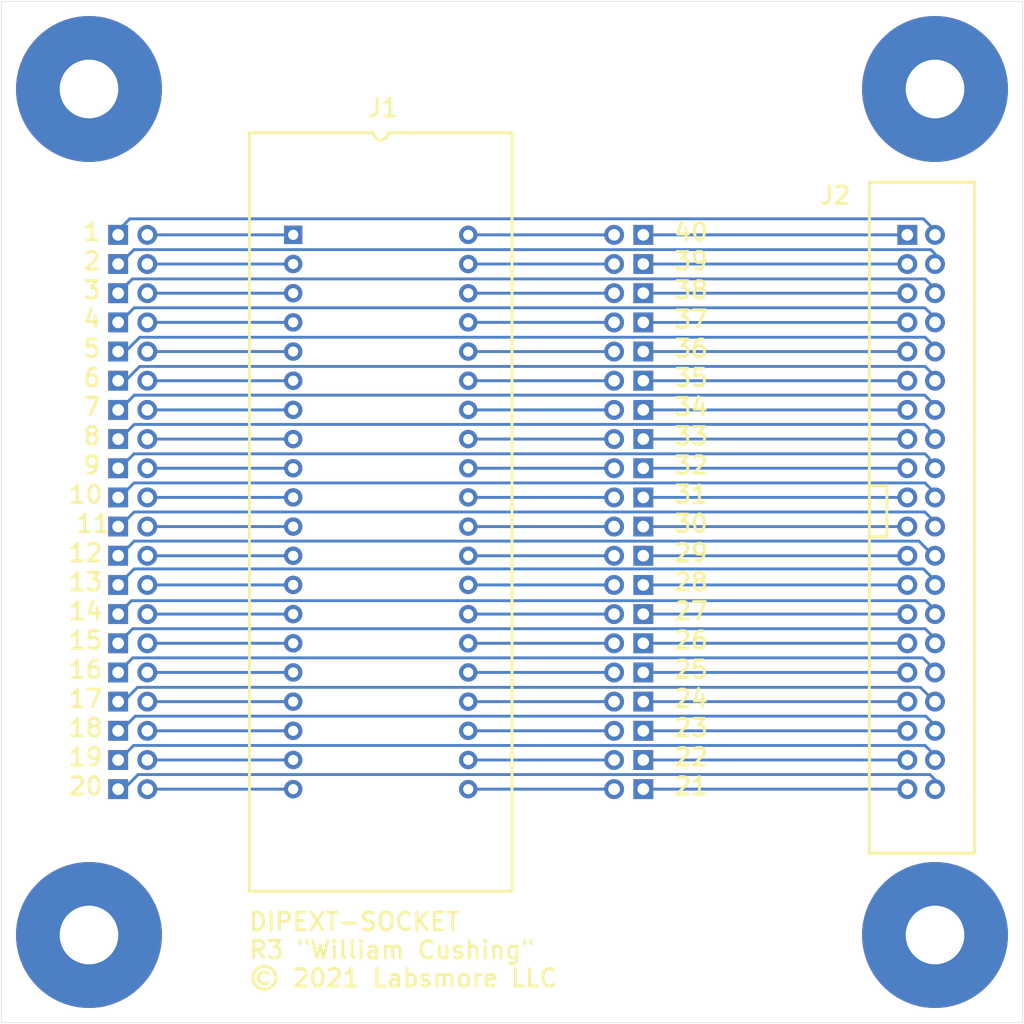
<source format=kicad_pcb>
(kicad_pcb (version 20210722) (generator pcbnew)
  (layers (0 "F.Cu" signal "Top Layer") (31 "B.Cu" signal "Bottom Layer") (34 "B.Paste" user "Bottom Paste") (35 "F.Paste" user "Top Paste") (36 "B.SilkS" user "Bottom Overlay") (37 "F.SilkS" user "Top Overlay") (38 "B.Mask" user "Bottom Solder") (39 "F.Mask" user "Top Solder") (44 "Edge.Cuts" user))
  (net 0 "")
  (net 1 "I1")
  (net 2 "S1")
  (net 3 "I40")
  (net 4 "S40")
  (net 5 "I2")
  (net 6 "I3")
  (net 7 "S2")
  (net 8 "S3")
  (net 9 "I4")
  (net 10 "I5")
  (net 11 "I6")
  (net 12 "I7")
  (net 13 "I8")
  (net 14 "I9")
  (net 15 "I10")
  (net 16 "I11")
  (net 17 "I12")
  (net 18 "I13")
  (net 19 "I14")
  (net 20 "I15")
  (net 21 "I16")
  (net 22 "I17")
  (net 23 "I18")
  (net 24 "I19")
  (net 25 "I20")
  (net 26 "I21")
  (net 27 "I22")
  (net 28 "I23")
  (net 29 "I24")
  (net 30 "I25")
  (net 31 "I26")
  (net 32 "I27")
  (net 33 "I28")
  (net 34 "I29")
  (net 35 "I30")
  (net 36 "I31")
  (net 37 "I32")
  (net 38 "I33")
  (net 39 "I34")
  (net 40 "I35")
  (net 41 "I36")
  (net 42 "I37")
  (net 43 "I38")
  (net 44 "I39")
  (net 45 "S4")
  (net 46 "S5")
  (net 47 "S6")
  (net 48 "S7")
  (net 49 "S8")
  (net 50 "S9")
  (net 51 "S10")
  (net 52 "S11")
  (net 53 "S12")
  (net 54 "S13")
  (net 55 "S14")
  (net 56 "S15")
  (net 57 "S16")
  (net 58 "S17")
  (net 59 "S18")
  (net 60 "S19")
  (net 61 "S20")
  (net 62 "S21")
  (net 63 "S22")
  (net 64 "S23")
  (net 65 "S24")
  (net 66 "S25")
  (net 67 "S26")
  (net 68 "S27")
  (net 69 "S28")
  (net 70 "S29")
  (net 71 "S30")
  (net 72 "S31")
  (net 73 "S32")
  (net 74 "S33")
  (net 75 "S34")
  (net 76 "S35")
  (net 77 "S36")
  (net 78 "S37")
  (net 79 "S38")
  (net 80 "S39")
  (footprint "PcbLib1.PcbLib:SIL2" (layer "F.Cu") (at 159.9311 106.2736 -90)
    (fp_text reference "30" (at 0.635 -2.54 unlocked) (layer "F.SilkS") (effects (font (size 1.524 1.524) (thickness 0.254)) (justify left bottom)))
    (fp_text value "XG4H-5031" hide)
    (pad "1" thru_hole rect (at 0 0 270) (size 1.7272 1.7272) (drill 1.016) (layers *.Cu *.Mask) (net 35 "I30"))
    (pad "2" thru_hole circle (at 0 2.54 270) (size 1.7272 1.7272) (drill 1.016) (layers *.Cu *.Mask) (net 71 "S30"))
  )
  (footprint "PcbLib1.PcbLib:SIL2" (layer "F.Cu") (at 159.9311 91.0336 -90)
    (fp_text reference "36" (at 0.635 -2.54 unlocked) (layer "F.SilkS") (effects (font (size 1.524 1.524) (thickness 0.254)) (justify left bottom)))
    (fp_text value "XG4H-5031" hide)
    (pad "1" thru_hole rect (at 0 0 270) (size 1.7272 1.7272) (drill 1.016) (layers *.Cu *.Mask) (net 41 "I36"))
    (pad "2" thru_hole circle (at 0 2.54 270) (size 1.7272 1.7272) (drill 1.016) (layers *.Cu *.Mask) (net 77 "S36"))
  )
  (footprint "PcbLib1.PcbLib:SIL2" (layer "F.Cu") (at 159.9311 101.1936 -90)
    (fp_text reference "32" (at 0.635 -2.54 unlocked) (layer "F.SilkS") (effects (font (size 1.524 1.524) (thickness 0.254)) (justify left bottom)))
    (fp_text value "XG4H-5031" hide)
    (pad "1" thru_hole rect (at 0 0 270) (size 1.7272 1.7272) (drill 1.016) (layers *.Cu *.Mask) (net 37 "I32"))
    (pad "2" thru_hole circle (at 0 2.54 270) (size 1.7272 1.7272) (drill 1.016) (layers *.Cu *.Mask) (net 73 "S32"))
  )
  (footprint "PcbLib1.PcbLib:SIL2" (layer "F.Cu") (at 159.9311 126.5936 -90)
    (fp_text reference "22" (at 0.635 -2.54 unlocked) (layer "F.SilkS") (effects (font (size 1.524 1.524) (thickness 0.254)) (justify left bottom)))
    (fp_text value "XG4H-5031" hide)
    (pad "1" thru_hole rect (at 0 0 270) (size 1.7272 1.7272) (drill 1.016) (layers *.Cu *.Mask) (net 27 "I22"))
    (pad "2" thru_hole circle (at 0 2.54 270) (size 1.7272 1.7272) (drill 1.016) (layers *.Cu *.Mask) (net 63 "S22"))
  )
  (footprint "PcbLib1.PcbLib:SIL2" (layer "F.Cu") (at 114.2111 111.3536 90)
    (fp_text reference "13" (at -0.635 -4.445 unlocked) (layer "F.SilkS") (effects (font (size 1.524 1.524) (thickness 0.254)) (justify left bottom)))
    (fp_text value "XG4H-5031" hide)
    (pad "1" thru_hole rect (at 0 0 90) (size 1.7272 1.7272) (drill 1.016) (layers *.Cu *.Mask) (net 18 "I13"))
    (pad "2" thru_hole circle (at 0 2.54 90) (size 1.7272 1.7272) (drill 1.016) (layers *.Cu *.Mask) (net 54 "S13"))
  )
  (footprint "PcbLib1.PcbLib:SIL2" (layer "F.Cu") (at 114.2111 103.7336 90)
    (fp_text reference "10" (at -0.635 -4.445 unlocked) (layer "F.SilkS") (effects (font (size 1.524 1.524) (thickness 0.254)) (justify left bottom)))
    (fp_text value "XG4H-5031" hide)
    (pad "1" thru_hole rect (at 0 0 90) (size 1.7272 1.7272) (drill 1.016) (layers *.Cu *.Mask) (net 15 "I10"))
    (pad "2" thru_hole circle (at 0 2.54 90) (size 1.7272 1.7272) (drill 1.016) (layers *.Cu *.Mask) (net 51 "S10"))
  )
  (footprint "PcbLib1.PcbLib:SIL2" (layer "F.Cu") (at 159.9311 98.6536 -90)
    (fp_text reference "33" (at 0.635 -2.54 unlocked) (layer "F.SilkS") (effects (font (size 1.524 1.524) (thickness 0.254)) (justify left bottom)))
    (fp_text value "XG4H-5031" hide)
    (pad "1" thru_hole rect (at 0 0 270) (size 1.7272 1.7272) (drill 1.016) (layers *.Cu *.Mask) (net 38 "I33"))
    (pad "2" thru_hole circle (at 0 2.54 270) (size 1.7272 1.7272) (drill 1.016) (layers *.Cu *.Mask) (net 74 "S33"))
  )
  (footprint "PcbLib1.PcbLib:SIL2" (layer "F.Cu") (at 114.2111 116.4336 90)
    (fp_text reference "15" (at -0.635 -4.445 unlocked) (layer "F.SilkS") (effects (font (size 1.524 1.524) (thickness 0.254)) (justify left bottom)))
    (fp_text value "XG4H-5031" hide)
    (pad "1" thru_hole rect (at 0 0 90) (size 1.7272 1.7272) (drill 1.016) (layers *.Cu *.Mask) (net 20 "I15"))
    (pad "2" thru_hole circle (at 0 2.54 90) (size 1.7272 1.7272) (drill 1.016) (layers *.Cu *.Mask) (net 56 "S15"))
  )
  (footprint "PcbLib1.PcbLib:SIL2" (layer "F.Cu") (at 159.9311 124.0536 -90)
    (fp_text reference "23" (at 0.635 -2.54 unlocked) (layer "F.SilkS") (effects (font (size 1.524 1.524) (thickness 0.254)) (justify left bottom)))
    (fp_text value "XG4H-5031" hide)
    (pad "1" thru_hole rect (at 0 0 270) (size 1.7272 1.7272) (drill 1.016) (layers *.Cu *.Mask) (net 28 "I23"))
    (pad "2" thru_hole circle (at 0 2.54 270) (size 1.7272 1.7272) (drill 1.016) (layers *.Cu *.Mask) (net 64 "S23"))
  )
  (footprint "PcbLib1.PcbLib:SIL2" (layer "F.Cu") (at 159.9311 83.4136 -90)
    (fp_text reference "39" (at 0.635 -2.54 unlocked) (layer "F.SilkS") (effects (font (size 1.524 1.524) (thickness 0.254)) (justify left bottom)))
    (fp_text value "XG4H-5031" hide)
    (pad "1" thru_hole rect (at 0 0 270) (size 1.7272 1.7272) (drill 1.016) (layers *.Cu *.Mask) (net 44 "I39"))
    (pad "2" thru_hole circle (at 0 2.54 270) (size 1.7272 1.7272) (drill 1.016) (layers *.Cu *.Mask) (net 80 "S39"))
  )
  (footprint "C:_buffer_ad_dipext-sock_r1_PcbLib1.PcbLib_SAE10_LOOSE" (layer "F.Cu") (at 111.6711 68.1736)
    (fp_text reference "Designator2" hide)
    (fp_text value "Comment" hide)
    (pad "1" thru_hole circle (at 0 0) (size 12.7 12.7) (drill 5.1054) (layers *.Cu *.Mask))
  )
  (footprint "PcbLib1.PcbLib:SIL2" (layer "F.Cu") (at 114.2111 91.0336 90)
    (fp_text reference "5" (at -0.635 -3.175 unlocked) (layer "F.SilkS") (effects (font (size 1.524 1.524) (thickness 0.254)) (justify left bottom)))
    (fp_text value "XG4H-5031" hide)
    (pad "1" thru_hole rect (at 0 0 90) (size 1.7272 1.7272) (drill 1.016) (layers *.Cu *.Mask) (net 10 "I5"))
    (pad "2" thru_hole circle (at 0 2.54 90) (size 1.7272 1.7272) (drill 1.016) (layers *.Cu *.Mask) (net 46 "S5"))
  )
  (footprint "PcbLib1.PcbLib:SIL2" (layer "F.Cu") (at 114.2111 121.5136 90)
    (fp_text reference "17" (at -0.635 -4.445 unlocked) (layer "F.SilkS") (effects (font (size 1.524 1.524) (thickness 0.254)) (justify left bottom)))
    (fp_text value "XG4H-5031" hide)
    (pad "1" thru_hole rect (at 0 0 90) (size 1.7272 1.7272) (drill 1.016) (layers *.Cu *.Mask) (net 22 "I17"))
    (pad "2" thru_hole circle (at 0 2.54 90) (size 1.7272 1.7272) (drill 1.016) (layers *.Cu *.Mask) (net 58 "S17"))
  )
  (footprint "PcbLib1.PcbLib:SIL2" (layer "F.Cu") (at 114.2111 96.1136 90)
    (fp_text reference "7" (at -0.635 -3.175 unlocked) (layer "F.SilkS") (effects (font (size 1.524 1.524) (thickness 0.254)) (justify left bottom)))
    (fp_text value "XG4H-5031" hide)
    (pad "1" thru_hole rect (at 0 0 90) (size 1.7272 1.7272) (drill 1.016) (layers *.Cu *.Mask) (net 12 "I7"))
    (pad "2" thru_hole circle (at 0 2.54 90) (size 1.7272 1.7272) (drill 1.016) (layers *.Cu *.Mask) (net 48 "S7"))
  )
  (footprint "PcbLib1.PcbLib:SIL2" (layer "F.Cu") (at 159.9311 108.8136 -90)
    (fp_text reference "29" (at 0.635 -2.54 unlocked) (layer "F.SilkS") (effects (font (size 1.524 1.524) (thickness 0.254)) (justify left bottom)))
    (fp_text value "XG4H-5031" hide)
    (pad "1" thru_hole rect (at 0 0 270) (size 1.7272 1.7272) (drill 1.016) (layers *.Cu *.Mask) (net 34 "I29"))
    (pad "2" thru_hole circle (at 0 2.54 270) (size 1.7272 1.7272) (drill 1.016) (layers *.Cu *.Mask) (net 70 "S29"))
  )
  (footprint "PcbLib1.PcbLib:SIL2" (layer "F.Cu") (at 159.9311 116.4336 -90)
    (fp_text reference "26" (at 0.635 -2.54 unlocked) (layer "F.SilkS") (effects (font (size 1.524 1.524) (thickness 0.254)) (justify left bottom)))
    (fp_text value "XG4H-5031" hide)
    (pad "1" thru_hole rect (at 0 0 270) (size 1.7272 1.7272) (drill 1.016) (layers *.Cu *.Mask) (net 31 "I26"))
    (pad "2" thru_hole circle (at 0 2.54 270) (size 1.7272 1.7272) (drill 1.016) (layers *.Cu *.Mask) (net 67 "S26"))
  )
  (footprint "PcbLib1.PcbLib:240-1300-00-0602J" (layer "F.Cu") (at 129.4511 80.8736)
    (fp_text reference "J1" (at 6.35 -10.16 unlocked) (layer "F.SilkS") (effects (font (size 1.524 1.524) (thickness 0.254)) (justify left bottom)))
    (fp_text value "240-1288-00-0602J" hide)
    (fp_line (start -3.81 -8.89) (end 6.985 -8.89) (layer "F.SilkS") (width 0.254))
    (fp_line (start 19.05 57.15) (end 19.05 -8.89) (layer "F.SilkS") (width 0.254))
    (fp_line (start -3.81 57.15) (end 19.05 57.15) (layer "F.SilkS") (width 0.254))
    (fp_line (start -3.81 57.15) (end -3.81 -8.89) (layer "F.SilkS") (width 0.254))
    (fp_line (start 8.255 -8.89) (end 19.05 -8.89) (layer "F.SilkS") (width 0.254))
    (fp_arc (start 7.62 -8.89) (end 6.985 -8.89) (angle -180) (layer "F.SilkS") (width 0.254))
    (pad "1" thru_hole rect (at 0 0) (size 1.6002 1.6002) (drill 0.889) (layers *.Cu *.Mask) (net 2 "S1"))
    (pad "2" thru_hole circle (at 0 2.54) (size 1.6002 1.6002) (drill 0.889) (layers *.Cu *.Mask) (net 7 "S2"))
    (pad "3" thru_hole circle (at 0 5.08) (size 1.6002 1.6002) (drill 0.889) (layers *.Cu *.Mask) (net 8 "S3"))
    (pad "4" thru_hole circle (at 0 7.62) (size 1.6002 1.6002) (drill 0.889) (layers *.Cu *.Mask) (net 45 "S4"))
    (pad "5" thru_hole circle (at 0 10.16) (size 1.6002 1.6002) (drill 0.889) (layers *.Cu *.Mask) (net 46 "S5"))
    (pad "6" thru_hole circle (at 0 12.7) (size 1.6002 1.6002) (drill 0.889) (layers *.Cu *.Mask) (net 47 "S6"))
    (pad "7" thru_hole circle (at 0 15.24) (size 1.6002 1.6002) (drill 0.889) (layers *.Cu *.Mask) (net 48 "S7"))
    (pad "8" thru_hole circle (at 0 17.78) (size 1.6002 1.6002) (drill 0.889) (layers *.Cu *.Mask) (net 49 "S8"))
    (pad "9" thru_hole circle (at 0 20.32) (size 1.6002 1.6002) (drill 0.889) (layers *.Cu *.Mask) (net 50 "S9"))
    (pad "10" thru_hole circle (at 0 22.86) (size 1.6002 1.6002) (drill 0.889) (layers *.Cu *.Mask) (net 51 "S10"))
    (pad "11" thru_hole circle (at 0 25.4) (size 1.6002 1.6002) (drill 0.889) (layers *.Cu *.Mask) (net 52 "S11"))
    (pad "12" thru_hole circle (at 0 27.94) (size 1.6002 1.6002) (drill 0.889) (layers *.Cu *.Mask) (net 53 "S12"))
    (pad "13" thru_hole circle (at 0 30.48) (size 1.6002 1.6002) (drill 0.889) (layers *.Cu *.Mask) (net 54 "S13"))
    (pad "14" thru_hole circle (at 0 33.02) (size 1.6002 1.6002) (drill 0.889) (layers *.Cu *.Mask) (net 55 "S14"))
    (pad "15" thru_hole circle (at 0 35.56) (size 1.6002 1.6002) (drill 0.889) (layers *.Cu *.Mask) (net 56 "S15"))
    (pad "16" thru_hole circle (at 0 38.1) (size 1.6002 1.6002) (drill 0.889) (layers *.Cu *.Mask) (net 57 "S16"))
    (pad "17" thru_hole circle (at 0 40.64) (size 1.6002 1.6002) (drill 0.889) (layers *.Cu *.Mask) (net 58 "S17"))
    (pad "18" thru_hole circle (at 0 43.18) (size 1.6002 1.6002) (drill 0.889) (layers *.Cu *.Mask) (net 59 "S18"))
    (pad "19" thru_hole circle (at 0 45.72) (size 1.6002 1.6002) (drill 0.889) (layers *.Cu *.Mask) (net 60 "S19"))
    (pad "20" thru_hole circle (at 0 48.26) (size 1.6002 1.6002) (drill 0.889) (layers *.Cu *.Mask) (net 61 "S20"))
    (pad "21" thru_hole circle (at 15.24 48.26) (size 1.6002 1.6002) (drill 0.889) (layers *.Cu *.Mask) (net 62 "S21"))
    (pad "22" thru_hole circle (at 15.24 45.72) (size 1.6002 1.6002) (drill 0.889) (layers *.Cu *.Mask) (net 63 "S22"))
    (pad "23" thru_hole circle (at 15.24 43.18) (size 1.6002 1.6002) (drill 0.889) (layers *.Cu *.Mask) (net 64 "S23"))
    (pad "24" thru_hole circle (at 15.24 40.64) (size 1.6002 1.6002) (drill 0.889) (layers *.Cu *.Mask) (net 65 "S24"))
    (pad "25" thru_hole circle (at 15.24 38.1) (size 1.6002 1.6002) (drill 0.889) (layers *.Cu *.Mask) (net 66 "S25"))
    (pad "26" thru_hole circle (at 15.24 35.56) (size 1.6002 1.6002) (drill 0.889) (layers *.Cu *.Mask) (net 67 "S26"))
    (pad "27" thru_hole circle (at 15.24 33.02) (size 1.6002 1.6002) (drill 0.889) (layers *.Cu *.Mask) (net 68 "S27"))
    (pad "28" thru_hole circle (at 15.24 30.48) (size 1.6002 1.6002) (drill 0.889) (layers *.Cu *.Mask) (net 69 "S28"))
    (pad "29" thru_hole circle (at 15.24 27.94) (size 1.6002 1.6002) (drill 0.889) (layers *.Cu *.Mask) (net 70 "S29"))
    (pad "30" thru_hole circle (at 15.24 25.4) (size 1.6002 1.6002) (drill 0.889) (layers *.Cu *.Mask) (net 71 "S30"))
    (pad "31" thru_hole circle (at 15.24 22.86) (size 1.6002 1.6002) (drill 0.889) (layers *.Cu *.Mask) (net 72 "S31"))
    (pad "32" thru_hole circle (at 15.24 20.32) (size 1.6002 1.6002) (drill 0.889) (layers *.Cu *.Mask) (net 73 "S32"))
    (pad "33" thru_hole circle (at 15.24 17.78) (size 1.6002 1.6002) (drill 0.889) (layers *.Cu *.Mask) (net 74 "S33"))
    (pad "34" thru_hole circle (at 15.24 15.24) (size 1.6002 1.6002) (drill 0.889) (layers *.Cu *.Mask) (net 75 "S34"))
    (pad "35" thru_hole circle (at 15.24 12.7) (size 1.6002 1.6002) (drill 0.889) (layers *.Cu *.Mask) (net 76 "S35"))
    (pad "36" thru_hole circle (at 15.24 10.16) (size 1.6002 1.6002) (drill 0.889) (layers *.Cu *.Mask) (net 77 "S36"))
    (pad "37" thru_hole circle (at 15.24 7.62) (size 1.6002 1.6002) (drill 0.889) (layers *.Cu *.Mask) (net 78 "S37"))
    (pad "38" thru_hole circle (at 15.24 5.08) (size 1.6002 1.6002) (drill 0.889) (layers *.Cu *.Mask) (net 79 "S38"))
    (pad "39" thru_hole circle (at 15.24 2.54) (size 1.6002 1.6002) (drill 0.889) (layers *.Cu *.Mask) (net 80 "S39"))
    (pad "40" thru_hole circle (at 15.24 0) (size 1.6002 1.6002) (drill 0.889) (layers *.Cu *.Mask) (net 4 "S40"))
  )
  (footprint "PcbLib1.PcbLib:SIL2" (layer "F.Cu") (at 114.2111 108.8136 90)
    (fp_text reference "12" (at -0.635 -4.445 unlocked) (layer "F.SilkS") (effects (font (size 1.524 1.524) (thickness 0.254)) (justify left bottom)))
    (fp_text value "XG4H-5031" hide)
    (pad "1" thru_hole rect (at 0 0 90) (size 1.7272 1.7272) (drill 1.016) (layers *.Cu *.Mask) (net 17 "I12"))
    (pad "2" thru_hole circle (at 0 2.54 90) (size 1.7272 1.7272) (drill 1.016) (layers *.Cu *.Mask) (net 53 "S12"))
  )
  (footprint "C:_buffer_ad_dipext-sock_r1_PcbLib1.PcbLib_SAE10_LOOSE" (layer "F.Cu") (at 111.6711 141.8336)
    (fp_text reference "Designator4" hide)
    (fp_text value "Comment" hide)
    (pad "1" thru_hole circle (at 0 0) (size 12.7 12.7) (drill 5.1054) (layers *.Cu *.Mask))
  )
  (footprint "PcbLib1.PcbLib:SIL2" (layer "F.Cu") (at 159.9311 85.9536 -90)
    (fp_text reference "38" (at 0.635 -2.54 unlocked) (layer "F.SilkS") (effects (font (size 1.524 1.524) (thickness 0.254)) (justify left bottom)))
    (fp_text value "XG4H-5031" hide)
    (pad "1" thru_hole rect (at 0 0 270) (size 1.7272 1.7272) (drill 1.016) (layers *.Cu *.Mask) (net 43 "I38"))
    (pad "2" thru_hole circle (at 0 2.54 270) (size 1.7272 1.7272) (drill 1.016) (layers *.Cu *.Mask) (net 79 "S38"))
  )
  (footprint "C:_buffer_ad_dipext-sock_r1_PcbLib1.PcbLib_SAE10_LOOSE" (layer "F.Cu") (at 185.3311 141.8336)
    (fp_text reference "Designator5" hide)
    (fp_text value "Comment" hide)
    (pad "1" thru_hole circle (at 0 0) (size 12.7 12.7) (drill 5.1054) (layers *.Cu *.Mask))
  )
  (footprint "PcbLib1.PcbLib:SIL2" (layer "F.Cu") (at 159.9311 103.7336 -90)
    (fp_text reference "31" (at 0.635 -2.54 unlocked) (layer "F.SilkS") (effects (font (size 1.524 1.524) (thickness 0.254)) (justify left bottom)))
    (fp_text value "XG4H-5031" hide)
    (pad "1" thru_hole rect (at 0 0 270) (size 1.7272 1.7272) (drill 1.016) (layers *.Cu *.Mask) (net 36 "I31"))
    (pad "2" thru_hole circle (at 0 2.54 270) (size 1.7272 1.7272) (drill 1.016) (layers *.Cu *.Mask) (net 72 "S31"))
  )
  (footprint "PcbLib1.PcbLib:SIL2" (layer "F.Cu") (at 114.2111 106.2736 90)
    (fp_text reference "11" (at -0.635 -3.81 unlocked) (layer "F.SilkS") (effects (font (size 1.524 1.524) (thickness 0.254)) (justify left bottom)))
    (fp_text value "XG4H-5031" hide)
    (pad "1" thru_hole rect (at 0 0 90) (size 1.7272 1.7272) (drill 1.016) (layers *.Cu *.Mask) (net 16 "I11"))
    (pad "2" thru_hole circle (at 0 2.54 90) (size 1.7272 1.7272) (drill 1.016) (layers *.Cu *.Mask) (net 52 "S11"))
  )
  (footprint "PcbLib1.PcbLib:SIL2" (layer "F.Cu") (at 159.9311 80.8736 -90)
    (fp_text reference "40" (at 0.635 -2.54 unlocked) (layer "F.SilkS") (effects (font (size 1.524 1.524) (thickness 0.254)) (justify left bottom)))
    (fp_text value "XG4H-5031" hide)
    (pad "1" thru_hole rect (at 0 0 270) (size 1.7272 1.7272) (drill 1.016) (layers *.Cu *.Mask) (net 3 "I40"))
    (pad "2" thru_hole circle (at 0 2.54 270) (size 1.7272 1.7272) (drill 1.016) (layers *.Cu *.Mask) (net 4 "S40"))
  )
  (footprint "PcbLib1.PcbLib:SIL2" (layer "F.Cu") (at 114.2111 88.4936 90)
    (fp_text reference "4" (at -0.635 -3.175 unlocked) (layer "F.SilkS") (effects (font (size 1.524 1.524) (thickness 0.254)) (justify left bottom)))
    (fp_text value "XG4H-5031" hide)
    (pad "1" thru_hole rect (at 0 0 90) (size 1.7272 1.7272) (drill 1.016) (layers *.Cu *.Mask) (net 9 "I4"))
    (pad "2" thru_hole circle (at 0 2.54 90) (size 1.7272 1.7272) (drill 1.016) (layers *.Cu *.Mask) (net 45 "S4"))
  )
  (footprint "PcbLib1.PcbLib:SIL2" (layer "F.Cu") (at 114.2111 80.8736 90)
    (fp_text reference "1" (at -0.635 -3.175 unlocked) (layer "F.SilkS") (effects (font (size 1.524 1.524) (thickness 0.254)) (justify left bottom)))
    (fp_text value "XG4H-5031" hide)
    (pad "1" thru_hole rect (at 0 0 90) (size 1.7272 1.7272) (drill 1.016) (layers *.Cu *.Mask) (net 1 "I1"))
    (pad "2" thru_hole circle (at 0 2.54 90) (size 1.7272 1.7272) (drill 1.016) (layers *.Cu *.Mask) (net 2 "S1"))
  )
  (footprint "PcbLib1.PcbLib:SIL2" (layer "F.Cu") (at 114.2111 83.4136 90)
    (fp_text reference "2" (at -0.635 -3.175 unlocked) (layer "F.SilkS") (effects (font (size 1.524 1.524) (thickness 0.254)) (justify left bottom)))
    (fp_text value "XG4H-5031" hide)
    (pad "1" thru_hole rect (at 0 0 90) (size 1.7272 1.7272) (drill 1.016) (layers *.Cu *.Mask) (net 5 "I2"))
    (pad "2" thru_hole circle (at 0 2.54 90) (size 1.7272 1.7272) (drill 1.016) (layers *.Cu *.Mask) (net 7 "S2"))
  )
  (footprint "PcbLib1.PcbLib:SIL2" (layer "F.Cu") (at 114.2111 129.1336 90)
    (fp_text reference "20" (at -0.635 -4.445 unlocked) (layer "F.SilkS") (effects (font (size 1.524 1.524) (thickness 0.254)) (justify left bottom)))
    (fp_text value "XG4H-5031" hide)
    (pad "1" thru_hole rect (at 0 0 90) (size 1.7272 1.7272) (drill 1.016) (layers *.Cu *.Mask) (net 25 "I20"))
    (pad "2" thru_hole circle (at 0 2.54 90) (size 1.7272 1.7272) (drill 1.016) (layers *.Cu *.Mask) (net 61 "S20"))
  )
  (footprint "PcbLib1.PcbLib:SIL2" (layer "F.Cu") (at 159.9311 121.5136 -90)
    (fp_text reference "24" (at 0.635 -2.54 unlocked) (layer "F.SilkS") (effects (font (size 1.524 1.524) (thickness 0.254)) (justify left bottom)))
    (fp_text value "XG4H-5031" hide)
    (pad "1" thru_hole rect (at 0 0 270) (size 1.7272 1.7272) (drill 1.016) (layers *.Cu *.Mask) (net 29 "I24"))
    (pad "2" thru_hole circle (at 0 2.54 270) (size 1.7272 1.7272) (drill 1.016) (layers *.Cu *.Mask) (net 65 "S24"))
  )
  (footprint "PcbLib1.PcbLib:SIL2" (layer "F.Cu") (at 159.9311 118.9736 -90)
    (fp_text reference "25" (at 0.635 -2.54 unlocked) (layer "F.SilkS") (effects (font (size 1.524 1.524) (thickness 0.254)) (justify left bottom)))
    (fp_text value "XG4H-5031" hide)
    (pad "1" thru_hole rect (at 0 0 270) (size 1.7272 1.7272) (drill 1.016) (layers *.Cu *.Mask) (net 30 "I25"))
    (pad "2" thru_hole circle (at 0 2.54 270) (size 1.7272 1.7272) (drill 1.016) (layers *.Cu *.Mask) (net 66 "S25"))
  )
  (footprint "PcbLib1.PcbLib:SIL2" (layer "F.Cu") (at 114.2111 124.0536 90)
    (fp_text reference "18" (at -0.635 -4.445 unlocked) (layer "F.SilkS") (effects (font (size 1.524 1.524) (thickness 0.254)) (justify left bottom)))
    (fp_text value "XG4H-5031" hide)
    (pad "1" thru_hole rect (at 0 0 90) (size 1.7272 1.7272) (drill 1.016) (layers *.Cu *.Mask) (net 23 "I18"))
    (pad "2" thru_hole circle (at 0 2.54 90) (size 1.7272 1.7272) (drill 1.016) (layers *.Cu *.Mask) (net 59 "S18"))
  )
  (footprint "PcbLib1.PcbLib:SIL2" (layer "F.Cu") (at 159.9311 113.8936 -90)
    (fp_text reference "27" (at 0.635 -2.54 unlocked) (layer "F.SilkS") (effects (font (size 1.524 1.524) (thickness 0.254)) (justify left bottom)))
    (fp_text value "XG4H-5031" hide)
    (pad "1" thru_hole rect (at 0 0 270) (size 1.7272 1.7272) (drill 1.016) (layers *.Cu *.Mask) (net 32 "I27"))
    (pad "2" thru_hole circle (at 0 2.54 270) (size 1.7272 1.7272) (drill 1.016) (layers *.Cu *.Mask) (net 68 "S27"))
  )
  (footprint "PcbLib1.PcbLib:SIL2" (layer "F.Cu") (at 159.9311 129.1336 -90)
    (fp_text reference "21" (at 0.635 -2.54 unlocked) (layer "F.SilkS") (effects (font (size 1.524 1.524) (thickness 0.254)) (justify left bottom)))
    (fp_text value "XG4H-5031" hide)
    (pad "1" thru_hole rect (at 0 0 270) (size 1.7272 1.7272) (drill 1.016) (layers *.Cu *.Mask) (net 26 "I21"))
    (pad "2" thru_hole circle (at 0 2.54 270) (size 1.7272 1.7272) (drill 1.016) (layers *.Cu *.Mask) (net 62 "S21"))
  )
  (footprint "PcbLib1.PcbLib:IDC40" (layer "F.Cu") (at 179.6161 76.3016)
    (fp_text reference "J2" (at -4.445 2.032 unlocked) (layer "F.SilkS") (effects (font (size 1.524 1.524) (thickness 0.254)) (justify left bottom)))
    (fp_text value "IDC40" hide)
    (fp_line (start 0 0) (end 9.144 0) (layer "F.SilkS") (width 0.254))
    (fp_line (start 1.524 30.861) (end 1.524 26.416) (layer "F.SilkS") (width 0.254))
    (fp_line (start 0 30.861) (end 1.524 30.861) (layer "F.SilkS") (width 0.254))
    (fp_line (start 9.144 58.42) (end 9.144 0) (layer "F.SilkS") (width 0.254))
    (fp_line (start 0 26.416) (end 1.524 26.416) (layer "F.SilkS") (width 0.254))
    (fp_line (start 0 58.42) (end 9.144 58.42) (layer "F.SilkS") (width 0.254))
    (fp_line (start 0 58.42) (end 0 0) (layer "F.SilkS") (width 0.254))
    (pad "1" thru_hole rect (at 3.302 4.572) (size 1.7272 1.7272) (drill 1.016) (layers *.Cu *.Mask) (net 1 "I1"))
    (pad "2" thru_hole circle (at 5.715 4.572) (size 1.7272 1.7272) (drill 1.016) (layers *.Cu *.Mask) (net 3 "I40"))
    (pad "3" thru_hole circle (at 3.302 7.112) (size 1.7272 1.7272) (drill 1.016) (layers *.Cu *.Mask) (net 5 "I2"))
    (pad "4" thru_hole circle (at 5.715 7.112) (size 1.7272 1.7272) (drill 1.016) (layers *.Cu *.Mask) (net 44 "I39"))
    (pad "5" thru_hole circle (at 3.302 9.652) (size 1.7272 1.7272) (drill 1.016) (layers *.Cu *.Mask) (net 6 "I3"))
    (pad "6" thru_hole circle (at 5.715 9.652) (size 1.7272 1.7272) (drill 1.016) (layers *.Cu *.Mask) (net 43 "I38"))
    (pad "7" thru_hole circle (at 3.302 12.192) (size 1.7272 1.7272) (drill 1.016) (layers *.Cu *.Mask) (net 9 "I4"))
    (pad "8" thru_hole circle (at 5.715 12.192) (size 1.7272 1.7272) (drill 1.016) (layers *.Cu *.Mask) (net 42 "I37"))
    (pad "9" thru_hole circle (at 3.302 14.732) (size 1.7272 1.7272) (drill 1.016) (layers *.Cu *.Mask) (net 10 "I5"))
    (pad "10" thru_hole circle (at 5.715 14.732) (size 1.7272 1.7272) (drill 1.016) (layers *.Cu *.Mask) (net 41 "I36"))
    (pad "11" thru_hole circle (at 3.302 17.272) (size 1.7272 1.7272) (drill 1.016) (layers *.Cu *.Mask) (net 11 "I6"))
    (pad "12" thru_hole circle (at 5.715 17.272) (size 1.7272 1.7272) (drill 1.016) (layers *.Cu *.Mask) (net 40 "I35"))
    (pad "13" thru_hole circle (at 3.302 19.812) (size 1.7272 1.7272) (drill 1.016) (layers *.Cu *.Mask) (net 12 "I7"))
    (pad "14" thru_hole circle (at 5.715 19.812) (size 1.7272 1.7272) (drill 1.016) (layers *.Cu *.Mask) (net 39 "I34"))
    (pad "15" thru_hole circle (at 3.302 22.352) (size 1.7272 1.7272) (drill 1.016) (layers *.Cu *.Mask) (net 13 "I8"))
    (pad "16" thru_hole circle (at 5.715 22.352) (size 1.7272 1.7272) (drill 1.016) (layers *.Cu *.Mask) (net 38 "I33"))
    (pad "17" thru_hole circle (at 3.302 24.892) (size 1.7272 1.7272) (drill 1.016) (layers *.Cu *.Mask) (net 14 "I9"))
    (pad "18" thru_hole circle (at 5.715 24.892) (size 1.7272 1.7272) (drill 1.016) (layers *.Cu *.Mask) (net 37 "I32"))
    (pad "19" thru_hole circle (at 3.302 27.432) (size 1.7272 1.7272) (drill 1.016) (layers *.Cu *.Mask) (net 15 "I10"))
    (pad "20" thru_hole circle (at 5.715 27.432) (size 1.7272 1.7272) (drill 1.016) (layers *.Cu *.Mask) (net 36 "I31"))
    (pad "21" thru_hole circle (at 3.302 29.972) (size 1.7272 1.7272) (drill 1.016) (layers *.Cu *.Mask) (net 16 "I11"))
    (pad "22" thru_hole circle (at 5.715 29.972) (size 1.7272 1.7272) (drill 1.016) (layers *.Cu *.Mask) (net 35 "I30"))
    (pad "23" thru_hole circle (at 3.302 32.512) (size 1.7272 1.7272) (drill 1.016) (layers *.Cu *.Mask) (net 17 "I12"))
    (pad "24" thru_hole circle (at 5.715 32.512) (size 1.7272 1.7272) (drill 1.016) (layers *.Cu *.Mask) (net 34 "I29"))
    (pad "25" thru_hole circle (at 3.302 35.052) (size 1.7272 1.7272) (drill 1.016) (layers *.Cu *.Mask) (net 18 "I13"))
    (pad "26" thru_hole circle (at 5.715 35.052) (size 1.7272 1.7272) (drill 1.016) (layers *.Cu *.Mask) (net 33 "I28"))
    (pad "27" thru_hole circle (at 3.302 37.592) (size 1.7272 1.7272) (drill 1.016) (layers *.Cu *.Mask) (net 19 "I14"))
    (pad "28" thru_hole circle (at 5.715 37.592) (size 1.7272 1.7272) (drill 1.016) (layers *.Cu *.Mask) (net 32 "I27"))
    (pad "29" thru_hole circle (at 3.302 40.132) (size 1.7272 1.7272) (drill 1.016) (layers *.Cu *.Mask) (net 20 "I15"))
    (pad "30" thru_hole circle (at 5.715 40.132) (size 1.7272 1.7272) (drill 1.016) (layers *.Cu *.Mask) (net 31 "I26"))
    (pad "31" thru_hole circle (at 3.302 42.672) (size 1.7272 1.7272) (drill 1.016) (layers *.Cu *.Mask) (net 21 "I16"))
    (pad "32" thru_hole circle (at 5.715 42.672) (size 1.7272 1.7272) (drill 1.016) (layers *.Cu *.Mask) (net 30 "I25"))
    (pad "33" thru_hole circle (at 3.302 45.212) (size 1.7272 1.7272) (drill 1.016) (layers *.Cu *.Mask) (net 22 "I17"))
    (pad "34" thru_hole circle (at 5.715 45.212) (size 1.7272 1.7272) (drill 1.016) (layers *.Cu *.Mask) (net 29 "I24"))
    (pad "35" thru_hole circle (at 3.302 47.752) (size 1.7272 1.7272) (drill 1.016) (layers *.Cu *.Mask) (net 23 "I18"))
    (pad "36" thru_hole circle (at 5.715 47.752) (size 1.7272 1.7272) (drill 1.016) (layers *.Cu *.Mask) (net 28 "I23"))
    (pad "37" thru_hole circle (at 3.302 50.292) (size 1.7272 1.7272) (drill 1.016) (layers *.Cu *.Mask) (net 24 "I19"))
    (pad "38" thru_hole circle (at 5.715 50.292) (size 1.7272 1.7272) (drill 1.016) (layers *.Cu *.Mask) (net 27 "I22"))
    (pad "39" thru_hole circle (at 3.302 52.832) (size 1.7272 1.7272) (drill 1.016) (layers *.Cu *.Mask) (net 25 "I20"))
    (pad "40" thru_hole circle (at 5.715 52.832) (size 1.7272 1.7272) (drill 1.016) (layers *.Cu *.Mask) (net 26 "I21"))
  )
  (footprint "PcbLib1.PcbLib:SIL2" (layer "F.Cu") (at 114.2111 93.5736 90)
    (fp_text reference "6" (at -0.635 -3.175 unlocked) (layer "F.SilkS") (effects (font (size 1.524 1.524) (thickness 0.254)) (justify left bottom)))
    (fp_text value "XG4H-5031" hide)
    (pad "1" thru_hole rect (at 0 0 90) (size 1.7272 1.7272) (drill 1.016) (layers *.Cu *.Mask) (net 11 "I6"))
    (pad "2" thru_hole circle (at 0 2.54 90) (size 1.7272 1.7272) (drill 1.016) (layers *.Cu *.Mask) (net 47 "S6"))
  )
  (footprint "C:_buffer_ad_dipext-sock_r1_PcbLib1.PcbLib_SAE10_LOOSE" (layer "F.Cu") (at 185.3311 68.1736)
    (fp_text reference "Designator3" hide)
    (fp_text value "Comment" hide)
    (pad "1" thru_hole circle (at 0 0) (size 12.7 12.7) (drill 5.1054) (layers *.Cu *.Mask))
  )
  (footprint "PcbLib1.PcbLib:SIL2" (layer "F.Cu") (at 114.2111 98.6536 90)
    (fp_text reference "8" (at -0.635 -3.175 unlocked) (layer "F.SilkS") (effects (font (size 1.524 1.524) (thickness 0.254)) (justify left bottom)))
    (fp_text value "XG4H-5031" hide)
    (pad "1" thru_hole rect (at 0 0 90) (size 1.7272 1.7272) (drill 1.016) (layers *.Cu *.Mask) (net 13 "I8"))
    (pad "2" thru_hole circle (at 0 2.54 90) (size 1.7272 1.7272) (drill 1.016) (layers *.Cu *.Mask) (net 49 "S8"))
  )
  (footprint "PcbLib1.PcbLib:SIL2" (layer "F.Cu") (at 114.2111 101.1936 90)
    (fp_text reference "9" (at -0.635 -3.175 unlocked) (layer "F.SilkS") (effects (font (size 1.524 1.524) (thickness 0.254)) (justify left bottom)))
    (fp_text value "XG4H-5031" hide)
    (pad "1" thru_hole rect (at 0 0 90) (size 1.7272 1.7272) (drill 1.016) (layers *.Cu *.Mask) (net 14 "I9"))
    (pad "2" thru_hole circle (at 0 2.54 90) (size 1.7272 1.7272) (drill 1.016) (layers *.Cu *.Mask) (net 50 "S9"))
  )
  (footprint "PcbLib1.PcbLib:SIL2" (layer "F.Cu") (at 114.2111 113.8936 90)
    (fp_text reference "14" (at -0.635 -4.445 unlocked) (layer "F.SilkS") (effects (font (size 1.524 1.524) (thickness 0.254)) (justify left bottom)))
    (fp_text value "XG4H-5031" hide)
    (pad "1" thru_hole rect (at 0 0 90) (size 1.7272 1.7272) (drill 1.016) (layers *.Cu *.Mask) (net 19 "I14"))
    (pad "2" thru_hole circle (at 0 2.54 90) (size 1.7272 1.7272) (drill 1.016) (layers *.Cu *.Mask) (net 55 "S14"))
  )
  (footprint "PcbLib1.PcbLib:SIL2" (layer "F.Cu") (at 159.9311 96.1136 -90)
    (fp_text reference "34" (at 0.635 -2.54 unlocked) (layer "F.SilkS") (effects (font (size 1.524 1.524) (thickness 0.254)) (justify left bottom)))
    (fp_text value "XG4H-5031" hide)
    (pad "1" thru_hole rect (at 0 0 270) (size 1.7272 1.7272) (drill 1.016) (layers *.Cu *.Mask) (net 39 "I34"))
    (pad "2" thru_hole circle (at 0 2.54 270) (size 1.7272 1.7272) (drill 1.016) (layers *.Cu *.Mask) (net 75 "S34"))
  )
  (footprint "PcbLib1.PcbLib:SIL2" (layer "F.Cu") (at 159.9311 93.5736 -90)
    (fp_text reference "35" (at 0.635 -2.54 unlocked) (layer "F.SilkS") (effects (font (size 1.524 1.524) (thickness 0.254)) (justify left bottom)))
    (fp_text value "XG4H-5031" hide)
    (pad "1" thru_hole rect (at 0 0 270) (size 1.7272 1.7272) (drill 1.016) (layers *.Cu *.Mask) (net 40 "I35"))
    (pad "2" thru_hole circle (at 0 2.54 270) (size 1.7272 1.7272) (drill 1.016) (layers *.Cu *.Mask) (net 76 "S35"))
  )
  (footprint "PcbLib1.PcbLib:SIL2" (layer "F.Cu") (at 159.9311 88.4936 -90)
    (fp_text reference "37" (at 0.635 -2.54 unlocked) (layer "F.SilkS") (effects (font (size 1.524 1.524) (thickness 0.254)) (justify left bottom)))
    (fp_text value "XG4H-5031" hide)
    (pad "1" thru_hole rect (at 0 0 270) (size 1.7272 1.7272) (drill 1.016) (layers *.Cu *.Mask) (net 42 "I37"))
    (pad "2" thru_hole circle (at 0 2.54 270) (size 1.7272 1.7272) (drill 1.016) (layers *.Cu *.Mask) (net 78 "S37"))
  )
  (footprint "PcbLib1.PcbLib:SIL2" (layer "F.Cu") (at 114.2111 118.9736 90)
    (fp_text reference "16" (at -0.635 -4.445 unlocked) (layer "F.SilkS") (effects (font (size 1.524 1.524) (thickness 0.254)) (justify left bottom)))
    (fp_text value "XG4H-5031" hide)
    (pad "1" thru_hole rect (at 0 0 90) (size 1.7272 1.7272) (drill 1.016) (layers *.Cu *.Mask) (net 21 "I16"))
    (pad "2" thru_hole circle (at 0 2.54 90) (size 1.7272 1.7272) (drill 1.016) (layers *.Cu *.Mask) (net 57 "S16"))
  )
  (footprint "PcbLib1.PcbLib:SIL2" (layer "F.Cu") (at 114.2111 85.9536 90)
    (fp_text reference "3" (at -0.635 -3.175 unlocked) (layer "F.SilkS") (effects (font (size 1.524 1.524) (thickness 0.254)) (justify left bottom)))
    (fp_text value "XG4H-5031" hide)
    (pad "1" thru_hole rect (at 0 0 90) (size 1.7272 1.7272) (drill 1.016) (layers *.Cu *.Mask) (net 6 "I3"))
    (pad "2" thru_hole circle (at 0 2.54 90) (size 1.7272 1.7272) (drill 1.016) (layers *.Cu *.Mask) (net 8 "S3"))
  )
  (footprint "PcbLib1.PcbLib:SIL2" (layer "F.Cu") (at 159.9311 111.3536 -90)
    (fp_text reference "28" (at 0.635 -2.54 unlocked) (layer "F.SilkS") (effects (font (size 1.524 1.524) (thickness 0.254)) (justify left bottom)))
    (fp_text value "XG4H-5031" hide)
    (pad "1" thru_hole rect (at 0 0 270) (size 1.7272 1.7272) (drill 1.016) (layers *.Cu *.Mask) (net 33 "I28"))
    (pad "2" thru_hole circle (at 0 2.54 270) (size 1.7272 1.7272) (drill 1.016) (layers *.Cu *.Mask) (net 69 "S28"))
  )
  (footprint "PcbLib1.PcbLib:SIL2" (layer "F.Cu") (at 114.2111 126.5936 90)
    (fp_text reference "19" (at -0.635 -4.445 unlocked) (layer "F.SilkS") (effects (font (size 1.524 1.524) (thickness 0.254)) (justify left bottom)))
    (fp_text value "XG4H-5031" hide)
    (pad "1" thru_hole rect (at 0 0 90) (size 1.7272 1.7272) (drill 1.016) (layers *.Cu *.Mask) (net 24 "I19"))
    (pad "2" thru_hole circle (at 0 2.54 90) (size 1.7272 1.7272) (drill 1.016) (layers *.Cu *.Mask) (net 60 "S19"))
  )
  (gr_line (start 104.0511 60.5536) (end 104.0511 149.4536) (layer "Edge.Cuts") (width 0.05))
  (gr_line (start 104.0511 149.4536) (end 192.9511 149.4536) (layer "Edge.Cuts") (width 0.05))
  (gr_line (start 192.9511 149.4536) (end 192.9511 60.5536) (layer "Edge.Cuts") (width 0.05))
  (gr_line (start 104.0511 149.4536) (end 104.0511 149.4536) (layer "Edge.Cuts") (width 0.05))
  (gr_line (start 192.9511 60.5536) (end 104.0511 60.5536) (layer "Edge.Cuts") (width 0.05))
  (gr_text "DIPEXT-SOCKET\nR3 {dblquote}William Cushing{dblquote}\n© 2021 Labsmore LLC" (at 125.47 146.48) (layer "F.SilkS") (effects (font (size 1.524 1.524) (thickness 0.254)) (justify left bottom)))
  (segment (start 115.2271 79.4766) (end 184.3151 79.4766) (width 0.25) (layer "B.Cu") (net 1))
  (segment (start 184.3151 79.4766) (end 185.3311 80.4926) (width 0.25) (layer "B.Cu") (net 1))
  (segment (start 114.2111 80.4926) (end 115.2271 79.4766) (width 0.25) (layer "B.Cu") (net 1))
  (segment (start 114.2111 80.8736) (end 114.2111 80.4926) (width 0.25) (layer "B.Cu") (net 1))
  (segment (start 116.7511 80.8736) (end 129.4511 80.8736) (width 0.254) (layer "B.Cu") (net 2))
  (segment (start 159.9311 80.8736) (end 182.9181 80.8736) (width 0.25) (layer "B.Cu") (net 3))
  (segment (start 144.6911 80.8736) (end 157.3911 80.8736) (width 0.254) (layer "B.Cu") (net 4))
  (segment (start 184.9665 82.16) (end 185.3311 82.5246) (width 0.25) (layer "B.Cu") (net 5))
  (segment (start 114.2111 83.4136) (end 114.3381 83.4136) (width 0.25) (layer "B.Cu") (net 5))
  (segment (start 114.3381 83.4136) (end 115.5917 82.16) (width 0.25) (layer "B.Cu") (net 5))
  (segment (start 115.5917 82.16) (end 184.9665 82.16) (width 0.25) (layer "B.Cu") (net 5))
  (segment (start 184.4675 84.709) (end 185.3311 85.5726) (width 0.25) (layer "B.Cu") (net 6))
  (segment (start 115.4557 84.709) (end 184.4675 84.709) (width 0.25) (layer "B.Cu") (net 6))
  (segment (start 114.2111 85.9536) (end 115.4557 84.709) (width 0.25) (layer "B.Cu") (net 6))
  (segment (start 116.7511 83.4136) (end 129.4511 83.4136) (width 0.254) (layer "B.Cu") (net 7))
  (segment (start 116.7511 85.9536) (end 129.4511 85.9536) (width 0.254) (layer "B.Cu") (net 8))
  (segment (start 115.6081 87.2236) (end 184.4421 87.2236) (width 0.25) (layer "B.Cu") (net 9))
  (segment (start 184.4421 87.2236) (end 185.3311 88.1126) (width 0.25) (layer "B.Cu") (net 9))
  (segment (start 114.2111 88.4936) (end 114.3381 88.4936) (width 0.25) (layer "B.Cu") (net 9))
  (segment (start 114.3381 88.4936) (end 115.6081 87.2236) (width 0.25) (layer "B.Cu") (net 9))
  (segment (start 114.8461 91.0336) (end 116.0897 89.79) (width 0.25) (layer "B.Cu") (net 10))
  (segment (start 184.4685 89.79) (end 185.8391 91.1606) (width 0.25) (layer "B.Cu") (net 10))
  (segment (start 114.2111 91.0336) (end 114.8461 91.0336) (width 0.25) (layer "B.Cu") (net 10))
  (segment (start 116.0897 89.79) (end 184.4685 89.79) (width 0.25) (layer "B.Cu") (net 10))
  (segment (start 116.0897 92.33) (end 184.4685 92.33) (width 0.25) (layer "B.Cu") (net 11))
  (segment (start 114.2111 93.5736) (end 114.8461 93.5736) (width 0.25) (layer "B.Cu") (net 11))
  (segment (start 114.8461 93.5736) (end 116.0897 92.33) (width 0.25) (layer "B.Cu") (net 11))
  (segment (start 184.4685 92.33) (end 185.3311 93.1926) (width 0.25) (layer "B.Cu") (net 11))
  (segment (start 115.6217 94.83) (end 184.4285 94.83) (width 0.25) (layer "B.Cu") (net 12))
  (segment (start 114.3381 96.1136) (end 115.6217 94.83) (width 0.25) (layer "B.Cu") (net 12))
  (segment (start 114.2111 96.1136) (end 114.3381 96.1136) (width 0.25) (layer "B.Cu") (net 12))
  (segment (start 184.4285 94.83) (end 185.3311 95.7326) (width 0.25) (layer "B.Cu") (net 12))
  (segment (start 185.3311 95.7326) (end 185.3311 96.2406) (width 0.25) (layer "B.Cu") (net 12))
  (segment (start 114.3381 98.6536) (end 115.6117 97.38) (width 0.25) (layer "B.Cu") (net 13))
  (segment (start 115.6117 97.38) (end 184.4385 97.38) (width 0.25) (layer "B.Cu") (net 13))
  (segment (start 184.4385 97.38) (end 184.8231 97.7646) (width 0.25) (layer "B.Cu") (net 13))
  (segment (start 184.8231 97.7646) (end 184.8231 98.2726) (width 0.25) (layer "B.Cu") (net 13))
  (segment (start 114.2111 98.6536) (end 114.3381 98.6536) (width 0.25) (layer "B.Cu") (net 13))
  (segment (start 115.5917 99.94) (end 184.4585 99.94) (width 0.25) (layer "B.Cu") (net 14))
  (segment (start 184.8231 100.3046) (end 184.8231 101.3206) (width 0.25) (layer "B.Cu") (net 14))
  (segment (start 114.2111 101.1936) (end 114.3381 101.1936) (width 0.25) (layer "B.Cu") (net 14))
  (segment (start 184.4585 99.94) (end 184.8231 100.3046) (width 0.25) (layer "B.Cu") (net 14))
  (segment (start 114.3381 101.1936) (end 115.5917 99.94) (width 0.25) (layer "B.Cu") (net 14))
  (segment (start 114.2111 103.7336) (end 114.3381 103.7336) (width 0.25) (layer "B.Cu") (net 15))
  (segment (start 114.3381 103.7336) (end 115.6017 102.47) (width 0.25) (layer "B.Cu") (net 15))
  (segment (start 115.6017 102.47) (end 184.4485 102.47) (width 0.25) (layer "B.Cu") (net 15))
  (segment (start 184.4485 102.47) (end 185.3311 103.3526) (width 0.25) (layer "B.Cu") (net 15))
  (segment (start 184.4385 105) (end 185.3311 105.8926) (width 0.25) (layer "B.Cu") (net 16))
  (segment (start 114.2111 106.2736) (end 114.3381 106.2736) (width 0.25) (layer "B.Cu") (net 16))
  (segment (start 114.3381 106.2736) (end 115.6117 105) (width 0.25) (layer "B.Cu") (net 16))
  (segment (start 115.6117 105) (end 184.4385 105) (width 0.25) (layer "B.Cu") (net 16))
  (segment (start 115.6117 107.54) (end 183.9305 107.54) (width 0.25) (layer "B.Cu") (net 17))
  (segment (start 183.9305 107.54) (end 184.8231 108.4326) (width 0.25) (layer "B.Cu") (net 17))
  (segment (start 114.3381 108.8136) (end 115.6117 107.54) (width 0.25) (layer "B.Cu") (net 17))
  (segment (start 114.2111 108.8136) (end 114.3381 108.8136) (width 0.25) (layer "B.Cu") (net 17))
  (segment (start 184.3151 109.9566) (end 185.5851 111.2266) (width 0.25) (layer "B.Cu") (net 18))
  (segment (start 114.2111 111.3536) (end 115.6081 109.9566) (width 0.25) (layer "B.Cu") (net 18))
  (segment (start 115.6081 109.9566) (end 184.3151 109.9566) (width 0.25) (layer "B.Cu") (net 18))
  (segment (start 115.3795 112.7252) (end 184.5183 112.7252) (width 0.25) (layer "B.Cu") (net 19))
  (segment (start 184.5183 112.7252) (end 185.5597 113.7666) (width 0.25) (layer "B.Cu") (net 19))
  (segment (start 114.2111 113.8936) (end 115.3795 112.7252) (width 0.25) (layer "B.Cu") (net 19))
  (segment (start 114.2111 116.4336) (end 115.4811 115.1636) (width 0.25) (layer "B.Cu") (net 20))
  (segment (start 115.4811 115.1636) (end 184.4675 115.1636) (width 0.25) (layer "B.Cu") (net 20))
  (segment (start 184.4675 115.1636) (end 185.3565 116.0526) (width 0.25) (layer "B.Cu") (net 20))
  (segment (start 114.2111 118.9736) (end 115.4847 117.7) (width 0.25) (layer "B.Cu") (net 21))
  (segment (start 115.4847 117.7) (end 184.2607 117.7) (width 0.25) (layer "B.Cu") (net 21))
  (segment (start 184.2607 117.7) (end 185.2549 118.6942) (width 0.25) (layer "B.Cu") (net 21))
  (segment (start 114.6556 121.5136) (end 115.8992 120.27) (width 0.25) (layer "B.Cu") (net 22))
  (segment (start 115.8992 120.27) (end 184.0494 120.27) (width 0.25) (layer "B.Cu") (net 22))
  (segment (start 114.2111 121.5136) (end 114.6556 121.5136) (width 0.25) (layer "B.Cu") (net 22))
  (segment (start 184.0494 120.27) (end 185.5216 121.7422) (width 0.25) (layer "B.Cu") (net 22))
  (segment (start 114.2111 124.0536) (end 114.427 124.0536) (width 0.25) (layer "B.Cu") (net 23))
  (segment (start 115.7006 122.78) (end 184.5274 122.78) (width 0.25) (layer "B.Cu") (net 23))
  (segment (start 114.427 124.0536) (end 115.7006 122.78) (width 0.25) (layer "B.Cu") (net 23))
  (segment (start 184.5274 122.78) (end 185.2676 123.5202) (width 0.25) (layer "B.Cu") (net 23))
  (segment (start 114.3 126.5936) (end 115.5636 125.33) (width 0.25) (layer "B.Cu") (net 24))
  (segment (start 114.2111 126.5936) (end 114.3 126.5936) (width 0.25) (layer "B.Cu") (net 24))
  (segment (start 184.46 125.33) (end 185.1152 125.9852) (width 0.25) (layer "B.Cu") (net 24))
  (segment (start 115.5636 125.33) (end 184.46 125.33) (width 0.25) (layer "B.Cu") (net 24))
  (segment (start 185.1152 125.9852) (end 185.1152 126.5174) (width 0.25) (layer "B.Cu") (net 24))
  (segment (start 184.8866 127.8636) (end 185.7756 128.7526) (width 0.25) (layer "B.Cu") (net 25))
  (segment (start 114.2111 129.1336) (end 114.681 129.1336) (width 0.25) (layer "B.Cu") (net 25))
  (segment (start 115.951 127.8636) (end 184.8866 127.8636) (width 0.25) (layer "B.Cu") (net 25))
  (segment (start 114.681 129.1336) (end 115.951 127.8636) (width 0.25) (layer "B.Cu") (net 25))
  (segment (start 159.9311 129.1336) (end 182.6641 129.1336) (width 0.25) (layer "B.Cu") (net 26))
  (segment (start 182.6641 129.1336) (end 183.2991 129.7686) (width 0.25) (layer "B.Cu") (net 26))
  (segment (start 159.9311 126.5936) (end 182.9181 126.5936) (width 0.25) (layer "B.Cu") (net 27))
  (segment (start 182.9181 126.5936) (end 183.2991 126.2126) (width 0.25) (layer "B.Cu") (net 27))
  (segment (start 159.9311 124.0536) (end 182.6641 124.0536) (width 0.25) (layer "B.Cu") (net 28))
  (segment (start 182.6641 124.0536) (end 182.7911 124.1806) (width 0.25) (layer "B.Cu") (net 28))
  (segment (start 159.9311 121.5136) (end 182.4101 121.5136) (width 0.25) (layer "B.Cu") (net 29))
  (segment (start 182.4101 121.5136) (end 182.7911 121.1326) (width 0.25) (layer "B.Cu") (net 29))
  (segment (start 182.1561 118.9736) (end 182.7911 119.6086) (width 0.25) (layer "B.Cu") (net 30))
  (segment (start 159.9311 118.9736) (end 182.1561 118.9736) (width 0.25) (layer "B.Cu") (net 30))
  (segment (start 159.9311 116.4336) (end 182.6641 116.4336) (width 0.25) (layer "B.Cu") (net 31))
  (segment (start 182.6641 116.4336) (end 183.2991 117.0686) (width 0.25) (layer "B.Cu") (net 31))
  (segment (start 182.6641 113.8936) (end 182.7911 114.0206) (width 0.25) (layer "B.Cu") (net 32))
  (segment (start 159.9311 113.8936) (end 182.6641 113.8936) (width 0.25) (layer "B.Cu") (net 32))
  (segment (start 182.6641 111.3536) (end 182.7911 111.4806) (width 0.25) (layer "B.Cu") (net 33))
  (segment (start 159.9311 111.3536) (end 182.6641 111.3536) (width 0.25) (layer "B.Cu") (net 33))
  (segment (start 159.9311 108.8136) (end 183.1721 108.8136) (width 0.25) (layer "B.Cu") (net 34))
  (segment (start 183.1721 108.8136) (end 183.2991 108.9406) (width 0.25) (layer "B.Cu") (net 34))
  (segment (start 159.9311 106.2736) (end 182.6641 106.2736) (width 0.25) (layer "B.Cu") (net 35))
  (segment (start 182.6641 106.2736) (end 182.7911 106.4006) (width 0.25) (layer "B.Cu") (net 35))
  (segment (start 182.4101 103.7336) (end 182.7911 103.3526) (width 0.25) (layer "B.Cu") (net 36))
  (segment (start 159.9311 103.7336) (end 182.4101 103.7336) (width 0.25) (layer "B.Cu") (net 36))
  (segment (start 159.9311 101.1936) (end 182.9181 101.1936) (width 0.25) (layer "B.Cu") (net 37))
  (segment (start 182.9181 101.1936) (end 183.2991 100.8126) (width 0.25) (layer "B.Cu") (net 37))
  (segment (start 159.9311 98.6536) (end 182.6641 98.6536) (width 0.25) (layer "B.Cu") (net 38))
  (segment (start 182.6641 98.6536) (end 182.7911 98.7806) (width 0.25) (layer "B.Cu") (net 38))
  (segment (start 159.9311 96.1136) (end 182.6641 96.1136) (width 0.25) (layer "B.Cu") (net 39))
  (segment (start 159.9311 93.5736) (end 182.6641 93.5736) (width 0.25) (layer "B.Cu") (net 40))
  (segment (start 182.6641 93.5736) (end 182.7911 93.7006) (width 0.25) (layer "B.Cu") (net 40))
  (segment (start 159.9311 91.0336) (end 182.6641 91.0336) (width 0.25) (layer "B.Cu") (net 41))
  (segment (start 182.6641 91.0336) (end 182.7911 91.1606) (width 0.25) (layer "B.Cu") (net 41))
  (segment (start 159.9311 88.4936) (end 159.9375 88.5) (width 0.25) (layer "B.Cu") (net 42))
  (segment (start 182.4037 88.5) (end 182.7911 88.1126) (width 0.25) (layer "B.Cu") (net 42))
  (segment (start 159.9375 88.5) (end 182.4037 88.5) (width 0.25) (layer "B.Cu") (net 42))
  (segment (start 159.9311 85.9536) (end 182.4636 85.9536) (width 0.25) (layer "B.Cu") (net 43))
  (segment (start 159.9311 83.4136) (end 182.4101 83.4136) (width 0.25) (layer "B.Cu") (net 44))
  (segment (start 182.4101 83.4136) (end 182.7911 83.0326) (width 0.25) (layer "B.Cu") (net 44))
  (segment (start 116.7511 88.4936) (end 129.4511 88.4936) (width 0.254) (layer "B.Cu") (net 45))
  (segment (start 116.7511 91.0336) (end 129.4511 91.0336) (width 0.254) (layer "B.Cu") (net 46))
  (segment (start 116.7511 93.5736) (end 129.4511 93.5736) (width 0.254) (layer "B.Cu") (net 47))
  (segment (start 116.7511 96.1136) (end 129.4511 96.1136) (width 0.254) (layer "B.Cu") (net 48))
  (segment (start 116.7511 98.6536) (end 129.4511 98.6536) (width 0.254) (layer "B.Cu") (net 49))
  (segment (start 116.7511 101.1936) (end 129.4511 101.1936) (width 0.254) (layer "B.Cu") (net 50))
  (segment (start 116.7511 103.7336) (end 129.4511 103.7336) (width 0.254) (layer "B.Cu") (net 51))
  (segment (start 116.7511 106.2736) (end 129.4511 106.2736) (width 0.254) (layer "B.Cu") (net 52))
  (segment (start 116.7511 108.8136) (end 129.4511 108.8136) (width 0.254) (layer "B.Cu") (net 53))
  (segment (start 116.7511 111.3536) (end 129.4511 111.3536) (width 0.254) (layer "B.Cu") (net 54))
  (segment (start 116.7511 113.8936) (end 129.4511 113.8936) (width 0.254) (layer "B.Cu") (net 55))
  (segment (start 116.7511 116.4336) (end 129.4511 116.4336) (width 0.254) (layer "B.Cu") (net 56))
  (segment (start 116.7511 118.9736) (end 129.4511 118.9736) (width 0.254) (layer "B.Cu") (net 57))
  (segment (start 116.7511 121.5136) (end 129.4511 121.5136) (width 0.254) (layer "B.Cu") (net 58))
  (segment (start 116.7511 124.0536) (end 129.4511 124.0536) (width 0.254) (layer "B.Cu") (net 59))
  (segment (start 116.7511 126.5936) (end 129.4511 126.5936) (width 0.254) (layer "B.Cu") (net 60))
  (segment (start 116.7511 129.1336) (end 129.4511 129.1336) (width 0.254) (layer "B.Cu") (net 61))
  (segment (start 144.6911 129.1336) (end 157.3911 129.1336) (width 0.254) (layer "B.Cu") (net 62))
  (segment (start 144.6911 126.5936) (end 157.3911 126.5936) (width 0.254) (layer "B.Cu") (net 63))
  (segment (start 144.6911 124.0536) (end 157.3911 124.0536) (width 0.254) (layer "B.Cu") (net 64))
  (segment (start 144.6911 121.5136) (end 157.3911 121.5136) (width 0.254) (layer "B.Cu") (net 65))
  (segment (start 144.6911 118.9736) (end 157.3911 118.9736) (width 0.254) (layer "B.Cu") (net 66))
  (segment (start 144.6911 116.4336) (end 157.3911 116.4336) (width 0.254) (layer "B.Cu") (net 67))
  (segment (start 144.6911 113.8936) (end 157.3911 113.8936) (width 0.254) (layer "B.Cu") (net 68))
  (segment (start 144.6911 111.3536) (end 157.3911 111.3536) (width 0.254) (layer "B.Cu") (net 69))
  (segment (start 144.6911 108.8136) (end 157.3911 108.8136) (width 0.254) (layer "B.Cu") (net 70))
  (segment (start 144.6911 106.2736) (end 157.3911 106.2736) (width 0.254) (layer "B.Cu") (net 71))
  (segment (start 144.6911 103.7336) (end 157.3911 103.7336) (width 0.254) (layer "B.Cu") (net 72))
  (segment (start 144.6911 101.1936) (end 157.3911 101.1936) (width 0.254) (layer "B.Cu") (net 73))
  (segment (start 144.6911 98.6536) (end 157.3911 98.6536) (width 0.254) (layer "B.Cu") (net 74))
  (segment (start 144.6911 96.1136) (end 157.3911 96.1136) (width 0.254) (layer "B.Cu") (net 75))
  (segment (start 144.6911 93.5736) (end 157.3911 93.5736) (width 0.254) (layer "B.Cu") (net 76))
  (segment (start 144.6911 91.0336) (end 157.3911 91.0336) (width 0.254) (layer "B.Cu") (net 77))
  (segment (start 144.6911 88.4936) (end 157.3911 88.4936) (width 0.254) (layer "B.Cu") (net 78))
  (segment (start 144.6911 85.9536) (end 157.3911 85.9536) (width 0.254) (layer "B.Cu") (net 79))
  (segment (start 144.6911 83.4136) (end 157.3911 83.4136) (width 0.254) (layer "B.Cu") (net 80))
)
</source>
